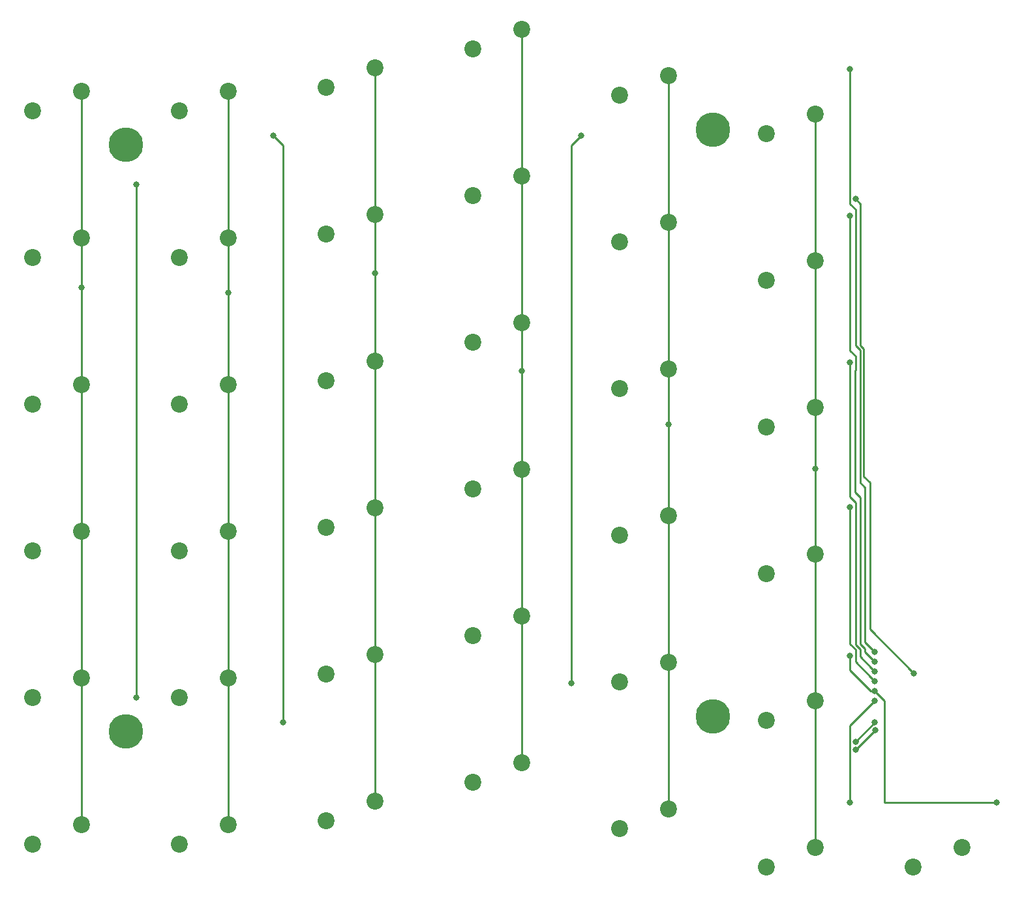
<source format=gtl>
G04 #@! TF.GenerationSoftware,KiCad,Pcbnew,5.1.5+dfsg1-2build2*
G04 #@! TF.CreationDate,2020-05-17T17:42:05-07:00*
G04 #@! TF.ProjectId,triad_left,74726961-645f-46c6-9566-742e6b696361,rev?*
G04 #@! TF.SameCoordinates,Original*
G04 #@! TF.FileFunction,Copper,L1,Top*
G04 #@! TF.FilePolarity,Positive*
%FSLAX46Y46*%
G04 Gerber Fmt 4.6, Leading zero omitted, Abs format (unit mm)*
G04 Created by KiCad (PCBNEW 5.1.5+dfsg1-2build2) date 2020-05-17 17:42:05*
%MOMM*%
%LPD*%
G04 APERTURE LIST*
%ADD10C,4.500000*%
%ADD11C,2.200000*%
%ADD12C,0.800000*%
%ADD13C,0.250000*%
G04 APERTURE END LIST*
D10*
X125025000Y-118600000D03*
X48825000Y-120600000D03*
X125025000Y-42400000D03*
X48825000Y-44400000D03*
D11*
X36760000Y-39955000D03*
X43110000Y-37415000D03*
X62160000Y-37415000D03*
X55810000Y-39955000D03*
X74860000Y-36955000D03*
X81210000Y-34415000D03*
X100260000Y-29415000D03*
X93910000Y-31955000D03*
X112960000Y-37955000D03*
X119310000Y-35415000D03*
X138360000Y-40415000D03*
X132010000Y-42955000D03*
X36760000Y-59005000D03*
X43110000Y-56465000D03*
X62160000Y-56465000D03*
X55810000Y-59005000D03*
X74860000Y-56005000D03*
X81210000Y-53465000D03*
X100260000Y-48465000D03*
X93910000Y-51005000D03*
X112960000Y-57005000D03*
X119310000Y-54465000D03*
X138360000Y-59465000D03*
X132010000Y-62005000D03*
X36760000Y-78055000D03*
X43110000Y-75515000D03*
X62160000Y-75515000D03*
X55810000Y-78055000D03*
X74860000Y-75055000D03*
X81210000Y-72515000D03*
X100260000Y-67514999D03*
X93910000Y-70054999D03*
X112960000Y-76055000D03*
X119310000Y-73515000D03*
X138360000Y-78515000D03*
X132010000Y-81055000D03*
X36760000Y-97105000D03*
X43110000Y-94565000D03*
X55810000Y-97105000D03*
X62160000Y-94565000D03*
X81210000Y-91565000D03*
X74860000Y-94105000D03*
X93910000Y-89105000D03*
X100260000Y-86565000D03*
X119310000Y-92565000D03*
X112960000Y-95105000D03*
X132010000Y-100105000D03*
X138360000Y-97565000D03*
X43110000Y-113615000D03*
X36760000Y-116155000D03*
X55810000Y-116155000D03*
X62160000Y-113615000D03*
X81210000Y-110615000D03*
X74860000Y-113155000D03*
X100260000Y-105615000D03*
X93910000Y-108155000D03*
X112960000Y-114155000D03*
X119310000Y-111615000D03*
X138360000Y-116615000D03*
X132010000Y-119155000D03*
X151060000Y-138205000D03*
X157410000Y-135665000D03*
X36760000Y-135205000D03*
X43110000Y-132665000D03*
X62160000Y-132665000D03*
X55810000Y-135205000D03*
X74860000Y-132205000D03*
X81210000Y-129665000D03*
X100260000Y-124665000D03*
X93910000Y-127205000D03*
X112960000Y-133205000D03*
X119310000Y-130665000D03*
X138360000Y-135665000D03*
X132010000Y-138205000D03*
D12*
X146050000Y-110205000D03*
X142812500Y-34570000D03*
X146050000Y-111475000D03*
X142812500Y-53620000D03*
X146050000Y-112745000D03*
X142812500Y-72670000D03*
X146050000Y-114015000D03*
X142812500Y-91440000D03*
X146050000Y-115285000D03*
X142812500Y-110770000D03*
X161862499Y-129820000D03*
X146050000Y-116555000D03*
X142812500Y-129820000D03*
X43110000Y-62935000D03*
X62160000Y-63570000D03*
X81210000Y-61030000D03*
X100260000Y-73730000D03*
X119310000Y-80715000D03*
X138360000Y-86430000D03*
X151130000Y-113030000D03*
X143537500Y-51435000D03*
X143537500Y-121920000D03*
X146050000Y-119380000D03*
X50165000Y-116205000D03*
X50165000Y-49530000D03*
X69215000Y-119380000D03*
X67945000Y-43180000D03*
X146076401Y-120406404D03*
X143537500Y-122920003D03*
X106680000Y-114300000D03*
X107950000Y-43180000D03*
D13*
X144780000Y-108935000D02*
X146050000Y-110205000D01*
X144780000Y-88900000D02*
X144780000Y-108935000D01*
X144145000Y-71064998D02*
X144145000Y-88265000D01*
X143537501Y-70457499D02*
X144145000Y-71064998D01*
X144145000Y-88265000D02*
X144780000Y-88900000D01*
X142812500Y-52070000D02*
X143537501Y-52795001D01*
X143537501Y-52795001D02*
X143537501Y-70457499D01*
X142812500Y-34570000D02*
X142812500Y-52070000D01*
X142812500Y-53620000D02*
X142812500Y-71120000D01*
X143537501Y-71845001D02*
X143537501Y-73632499D01*
X142812500Y-71120000D02*
X143537501Y-71845001D01*
X143537501Y-73632499D02*
X143510000Y-73660000D01*
X143510000Y-73660000D02*
X143510000Y-89535000D01*
X143510000Y-89535000D02*
X144145000Y-90170000D01*
X144145000Y-90170000D02*
X144145000Y-109220000D01*
X144145000Y-109220000D02*
X144780000Y-109855000D01*
X144780000Y-110205000D02*
X146050000Y-111475000D01*
X144780000Y-109855000D02*
X144780000Y-110205000D01*
X144145000Y-110840000D02*
X145650001Y-112345001D01*
X145650001Y-112345001D02*
X146050000Y-112745000D01*
X144145000Y-109916090D02*
X144145000Y-110840000D01*
X143537501Y-109308591D02*
X144145000Y-109916090D01*
X143537501Y-90832501D02*
X143537501Y-109308591D01*
X142812500Y-90107500D02*
X143537501Y-90832501D01*
X142812500Y-72670000D02*
X142812500Y-90107500D01*
X143537501Y-111502501D02*
X145650001Y-113615001D01*
X143537501Y-109945001D02*
X143537501Y-111502501D01*
X142812500Y-109220000D02*
X143537501Y-109945001D01*
X145650001Y-113615001D02*
X146050000Y-114015000D01*
X142812500Y-91440000D02*
X142812500Y-109220000D01*
X142812500Y-111335685D02*
X142812500Y-110770000D01*
X142812500Y-112613185D02*
X142812500Y-111335685D01*
X145484315Y-115285000D02*
X142812500Y-112613185D01*
X146050000Y-115285000D02*
X145484315Y-115285000D01*
X161862499Y-129820000D02*
X147320000Y-129820000D01*
X147320000Y-116555000D02*
X146050000Y-115285000D01*
X147320000Y-129820000D02*
X147320000Y-116555000D01*
X142812500Y-119792500D02*
X146050000Y-116555000D01*
X142812500Y-129820000D02*
X142812500Y-119792500D01*
X43110000Y-37415000D02*
X43110000Y-56465000D01*
X43110000Y-56465000D02*
X43110000Y-62935000D01*
X43110000Y-92494002D02*
X43110000Y-94565000D01*
X43110000Y-75515000D02*
X43110000Y-92494002D01*
X43110000Y-111544002D02*
X43110000Y-113615000D01*
X43110000Y-94565000D02*
X43110000Y-111544002D01*
X43110000Y-113615000D02*
X43110000Y-132665000D01*
X43110000Y-62935000D02*
X43110000Y-75515000D01*
X62160000Y-132665000D02*
X62160000Y-113615000D01*
X62160000Y-113615000D02*
X62160000Y-94565000D01*
X62160000Y-94565000D02*
X62160000Y-75515000D01*
X62160000Y-75515000D02*
X62160000Y-63570000D01*
X62160000Y-56465000D02*
X62160000Y-37415000D01*
X62160000Y-63570000D02*
X62160000Y-56465000D01*
X81210000Y-51394002D02*
X81210000Y-53465000D01*
X81210000Y-34415000D02*
X81210000Y-51394002D01*
X81210000Y-53465000D02*
X81210000Y-61030000D01*
X81210000Y-72515000D02*
X81210000Y-91565000D01*
X81210000Y-91565000D02*
X81210000Y-110615000D01*
X81210000Y-110615000D02*
X81210000Y-129665000D01*
X81210000Y-61030000D02*
X81210000Y-72515000D01*
X100260000Y-105615000D02*
X100260000Y-124665000D01*
X100260000Y-67514999D02*
X100260000Y-73730000D01*
X100260000Y-88120634D02*
X100260000Y-105615000D01*
X100260000Y-86565000D02*
X100260000Y-88120634D01*
X100260000Y-29415000D02*
X100260000Y-48465000D01*
X100260000Y-48465000D02*
X100260000Y-67514999D01*
X100260000Y-73730000D02*
X100260000Y-86565000D01*
X119310000Y-111615000D02*
X119310000Y-130665000D01*
X119310000Y-73515000D02*
X119310000Y-80715000D01*
X119310000Y-92565000D02*
X119310000Y-111615000D01*
X119310000Y-35415000D02*
X119310000Y-54465000D01*
X119310000Y-54465000D02*
X119310000Y-73515000D01*
X119310000Y-80715000D02*
X119310000Y-92565000D01*
X138360000Y-116615000D02*
X138360000Y-135665000D01*
X138360000Y-95494002D02*
X138360000Y-97565000D01*
X138360000Y-78515000D02*
X138360000Y-86430000D01*
X138360000Y-97565000D02*
X138360000Y-116615000D01*
X138360000Y-40415000D02*
X138360000Y-59465000D01*
X138360000Y-59465000D02*
X138360000Y-78515000D01*
X138360000Y-86430000D02*
X138360000Y-95494002D01*
X151130000Y-113030000D02*
X145415000Y-107315000D01*
X145415000Y-107315000D02*
X145415000Y-88265000D01*
X144595010Y-87445010D02*
X144595009Y-70878597D01*
X145415000Y-88265000D02*
X144595010Y-87445010D01*
X144595009Y-70878597D02*
X144145000Y-70428588D01*
X144145000Y-52042500D02*
X143537500Y-51435000D01*
X144145000Y-70428588D02*
X144145000Y-52042500D01*
X146050000Y-119407500D02*
X146050000Y-119380000D01*
X143537500Y-121920000D02*
X146050000Y-119407500D01*
X50165000Y-116205000D02*
X50165000Y-100330000D01*
X50165000Y-100330000D02*
X50165000Y-49530000D01*
X69215000Y-119380000D02*
X69215000Y-86360000D01*
X69215000Y-86360000D02*
X69215000Y-55245000D01*
X69215000Y-55245000D02*
X69215000Y-44450000D01*
X69215000Y-44450000D02*
X67945000Y-43180000D01*
X143562802Y-122920003D02*
X143537500Y-122920003D01*
X146076401Y-120406404D02*
X143562802Y-122920003D01*
X106680000Y-114300000D02*
X106680000Y-101600000D01*
X106680000Y-101600000D02*
X106680000Y-88900000D01*
X106680000Y-88900000D02*
X106680000Y-71755000D01*
X106680000Y-71755000D02*
X106680000Y-53975000D01*
X106680000Y-53975000D02*
X106680000Y-44450000D01*
X106680000Y-44450000D02*
X107950000Y-43180000D01*
M02*

</source>
